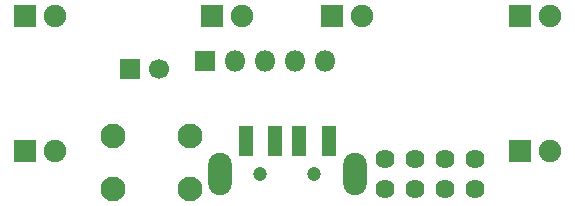
<source format=gbr>
%TF.GenerationSoftware,KiCad,Pcbnew,(5.1.6)-1*%
%TF.CreationDate,2020-05-26T13:10:35+02:00*%
%TF.ProjectId,semaforBoard,73656d61-666f-4724-926f-6172642e6b69,rev?*%
%TF.SameCoordinates,Original*%
%TF.FileFunction,Soldermask,Top*%
%TF.FilePolarity,Negative*%
%FSLAX46Y46*%
G04 Gerber Fmt 4.6, Leading zero omitted, Abs format (unit mm)*
G04 Created by KiCad (PCBNEW (5.1.6)-1) date 2020-05-26 13:10:35*
%MOMM*%
%LPD*%
G01*
G04 APERTURE LIST*
%ADD10C,1.200000*%
%ADD11O,2.000000X3.600000*%
%ADD12R,1.200000X2.600000*%
%ADD13O,1.800000X1.800000*%
%ADD14R,1.800000X1.800000*%
%ADD15C,1.624000*%
%ADD16C,2.100000*%
%ADD17C,1.900000*%
%ADD18R,1.900000X1.900000*%
%ADD19C,1.700000*%
%ADD20R,1.700000X1.700000*%
G04 APERTURE END LIST*
D10*
%TO.C,J3*%
X140560000Y-100965000D03*
X145160000Y-100965000D03*
D11*
X137160000Y-100965000D03*
X148560000Y-100965000D03*
D12*
X139360000Y-98215000D03*
X146360000Y-98215000D03*
X141860000Y-98215000D03*
X143860000Y-98215000D03*
%TD*%
D13*
%TO.C,J2*%
X146050000Y-91440000D03*
X143510000Y-91440000D03*
X140970000Y-91440000D03*
X138430000Y-91440000D03*
D14*
X135890000Y-91440000D03*
%TD*%
D15*
%TO.C,U1*%
X151130000Y-99695000D03*
X156210000Y-99695000D03*
X158750000Y-102235000D03*
X153670000Y-99695000D03*
X153670000Y-102235000D03*
X156210000Y-102235000D03*
X158750000Y-99695000D03*
X151130000Y-102235000D03*
%TD*%
D16*
%TO.C,SW1*%
X128120000Y-102235000D03*
X128120000Y-97735000D03*
X134620000Y-102235000D03*
X134620000Y-97735000D03*
%TD*%
D17*
%TO.C,D6*%
X165100000Y-99060000D03*
D18*
X162560000Y-99060000D03*
%TD*%
D17*
%TO.C,D5*%
X165100000Y-87630000D03*
D18*
X162560000Y-87630000D03*
%TD*%
D17*
%TO.C,D4*%
X149225000Y-87630000D03*
D18*
X146685000Y-87630000D03*
%TD*%
D17*
%TO.C,D3*%
X139065000Y-87630000D03*
D18*
X136525000Y-87630000D03*
%TD*%
D17*
%TO.C,D2*%
X123190000Y-99060000D03*
D18*
X120650000Y-99060000D03*
%TD*%
D17*
%TO.C,D1*%
X123190000Y-87630000D03*
D18*
X120650000Y-87630000D03*
%TD*%
D19*
%TO.C,C1*%
X132040000Y-92075000D03*
D20*
X129540000Y-92075000D03*
%TD*%
M02*

</source>
